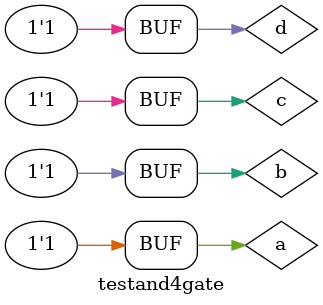
<source format=v>

module andgate ( output s,
input x, y);
assign s = (x&y);
endmodule // andgate

//------------------------------

module and4gate ( output s,
input t, k, z, w);
wire temp1, temp2;

andgate galo(temp1, t, k );
andgate zeiro(temp2, z, w );
andgate america (s, temp1, temp2);

endmodule // andgate

// ---------------------
// -- test or gate
// ---------------------
module testand4gate;
// ------------------------- dados locais
reg a, b, c, d; // definir registradores
wire s; // definir conexao (fio)
// ------------------------- instancia
and4gate AND4 (s, a, b, c, d);
// ------------------------- preparacao
initial begin:start
// atribuicao simultanea
// dos valores iniciais
a=0; b=0; c=0; d=0;
end
// ------------------------- parte principal
initial begin
$display("Exercicio 09 - Yousef - 441714");
$display("Test AND4 gate");
$display("\n(a & b) & (a & b) = s\n");
$monitor("%b Y %b Y %b Y %b = %b", a, b, c, d, s);

#1a=0; b=0; c=0; d=0;
#1a=0; b=0; c=0; d=1; 
#1a=0; b=0; c=1; d=0; 
#1a=0; b=0; c=1; d=1; 
#1a=0; b=1; c=0; d=0; 
#1a=0; b=1; c=0; d=1; 
#1a=0; b=1; c=1; d=0;  
#1a=0; b=1; c=1; d=1;
#1a=1; b=0; c=0; d=0;
#1a=1; b=0; c=0; d=1; 
#1a=1; b=0; c=1; d=0; 
#1a=1; b=0; c=1; d=1; 
#1a=1; b=1; c=0; d=0; 
#1a=1; b=1; c=0; d=1; 
#1a=1; b=1; c=1; d=0;  
#1a=1; b=1; c=1; d=1;   


end
endmodule // testxorgate
</source>
